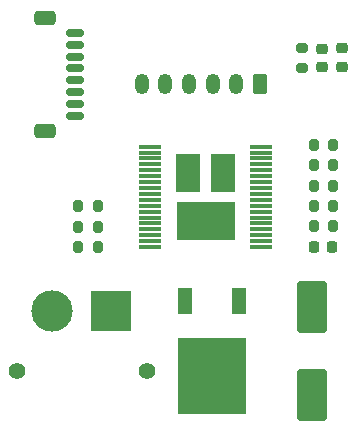
<source format=gts>
%TF.GenerationSoftware,KiCad,Pcbnew,(6.0.7-1)-1*%
%TF.CreationDate,2023-02-20T21:04:05+08:00*%
%TF.ProjectId,driver,64726976-6572-42e6-9b69-6361645f7063,1.1*%
%TF.SameCoordinates,Original*%
%TF.FileFunction,Soldermask,Top*%
%TF.FilePolarity,Negative*%
%FSLAX46Y46*%
G04 Gerber Fmt 4.6, Leading zero omitted, Abs format (unit mm)*
G04 Created by KiCad (PCBNEW (6.0.7-1)-1) date 2023-02-20 21:04:05*
%MOMM*%
%LPD*%
G01*
G04 APERTURE LIST*
G04 Aperture macros list*
%AMRoundRect*
0 Rectangle with rounded corners*
0 $1 Rounding radius*
0 $2 $3 $4 $5 $6 $7 $8 $9 X,Y pos of 4 corners*
0 Add a 4 corners polygon primitive as box body*
4,1,4,$2,$3,$4,$5,$6,$7,$8,$9,$2,$3,0*
0 Add four circle primitives for the rounded corners*
1,1,$1+$1,$2,$3*
1,1,$1+$1,$4,$5*
1,1,$1+$1,$6,$7*
1,1,$1+$1,$8,$9*
0 Add four rect primitives between the rounded corners*
20,1,$1+$1,$2,$3,$4,$5,0*
20,1,$1+$1,$4,$5,$6,$7,0*
20,1,$1+$1,$6,$7,$8,$9,0*
20,1,$1+$1,$8,$9,$2,$3,0*%
G04 Aperture macros list end*
%ADD10RoundRect,0.200000X0.200000X0.275000X-0.200000X0.275000X-0.200000X-0.275000X0.200000X-0.275000X0*%
%ADD11RoundRect,0.250000X0.350000X0.625000X-0.350000X0.625000X-0.350000X-0.625000X0.350000X-0.625000X0*%
%ADD12O,1.200000X1.750000*%
%ADD13RoundRect,0.218750X-0.256250X0.218750X-0.256250X-0.218750X0.256250X-0.218750X0.256250X0.218750X0*%
%ADD14RoundRect,0.014000X-0.881000X-0.161000X0.881000X-0.161000X0.881000X0.161000X-0.881000X0.161000X0*%
%ADD15R,2.100000X3.250000*%
%ADD16R,0.808000X0.808000*%
%ADD17R,4.950000X3.250000*%
%ADD18RoundRect,0.200000X-0.200000X-0.275000X0.200000X-0.275000X0.200000X0.275000X-0.200000X0.275000X0*%
%ADD19C,1.400000*%
%ADD20R,3.500000X3.500000*%
%ADD21C,3.500000*%
%ADD22RoundRect,0.218750X0.256250X-0.218750X0.256250X0.218750X-0.256250X0.218750X-0.256250X-0.218750X0*%
%ADD23RoundRect,0.200000X-0.275000X0.200000X-0.275000X-0.200000X0.275000X-0.200000X0.275000X0.200000X0*%
%ADD24RoundRect,0.225000X0.225000X0.250000X-0.225000X0.250000X-0.225000X-0.250000X0.225000X-0.250000X0*%
%ADD25RoundRect,0.150000X0.625000X-0.150000X0.625000X0.150000X-0.625000X0.150000X-0.625000X-0.150000X0*%
%ADD26RoundRect,0.250000X0.650000X-0.350000X0.650000X0.350000X-0.650000X0.350000X-0.650000X-0.350000X0*%
%ADD27RoundRect,0.250000X-1.000000X1.950000X-1.000000X-1.950000X1.000000X-1.950000X1.000000X1.950000X0*%
%ADD28R,1.200000X2.200000*%
%ADD29R,5.800000X6.400000*%
G04 APERTURE END LIST*
D10*
X121195700Y-106164350D03*
X119545700Y-106164350D03*
D11*
X115000000Y-95863750D03*
D12*
X113000000Y-95863750D03*
X111000000Y-95863750D03*
X109000000Y-95863750D03*
X107000000Y-95863750D03*
X105000000Y-95863750D03*
D13*
X120263900Y-92845050D03*
X120263900Y-94420050D03*
D10*
X101270700Y-107895950D03*
X99620700Y-107895950D03*
D14*
X105695000Y-101128150D03*
X105695000Y-101628150D03*
X105695000Y-102128150D03*
X105695000Y-102628150D03*
X105695000Y-103128150D03*
X105695000Y-103628150D03*
X105695000Y-104128150D03*
X105695000Y-104628150D03*
X105695000Y-105128150D03*
X105695000Y-105628150D03*
X105695000Y-106128150D03*
X105695000Y-106628150D03*
X105695000Y-107128150D03*
X105695000Y-107628150D03*
X105695000Y-108128150D03*
X105695000Y-108628150D03*
X105695000Y-109128150D03*
X105695000Y-109628150D03*
X115125000Y-109628150D03*
X115125000Y-109128150D03*
X115125000Y-108628150D03*
X115125000Y-108128150D03*
X115125000Y-107628150D03*
X115125000Y-107128150D03*
X115125000Y-106628150D03*
X115125000Y-106128150D03*
X115125000Y-105628150D03*
X115125000Y-105128150D03*
X115125000Y-104628150D03*
X115125000Y-104128150D03*
X115125000Y-103628150D03*
X115125000Y-103128150D03*
X115125000Y-102628150D03*
X115125000Y-102128150D03*
X115125000Y-101628150D03*
X115125000Y-101128150D03*
D15*
X111860000Y-103353150D03*
D16*
X112385000Y-104436150D03*
X111335000Y-104436150D03*
X112385000Y-103353150D03*
X111335000Y-103353150D03*
X112385000Y-102270150D03*
X111335000Y-102270150D03*
D15*
X108960000Y-103353150D03*
D16*
X109485000Y-104436150D03*
X108435000Y-104436150D03*
X109485000Y-103353150D03*
X108435000Y-103353150D03*
X109485000Y-102270150D03*
X108435000Y-102270150D03*
D17*
X110410000Y-107403150D03*
D16*
X112266250Y-108486150D03*
X111028750Y-108486150D03*
X109791250Y-108486150D03*
X108553750Y-108486150D03*
X112266250Y-107403150D03*
X111028750Y-107403150D03*
X109791250Y-107403150D03*
X108553750Y-107403150D03*
X112266250Y-106320150D03*
X111028750Y-106320150D03*
X109791250Y-106320150D03*
X108553750Y-106320150D03*
D18*
X99620700Y-106194150D03*
X101270700Y-106194150D03*
D19*
X94420700Y-120083750D03*
X105420700Y-120083750D03*
D20*
X102420700Y-115083750D03*
D21*
X97420700Y-115083750D03*
D18*
X99620700Y-109623150D03*
X101270700Y-109623150D03*
D22*
X121965700Y-94380050D03*
X121965700Y-92805050D03*
D10*
X121195700Y-100982750D03*
X119545700Y-100982750D03*
D18*
X119545700Y-104439550D03*
X121195700Y-104439550D03*
X119545700Y-102712350D03*
X121195700Y-102712350D03*
D23*
X118587500Y-92787550D03*
X118587500Y-94437550D03*
D24*
X121145700Y-109618750D03*
X119595700Y-109618750D03*
D25*
X99325000Y-98500000D03*
X99325000Y-97500000D03*
X99325000Y-96500000D03*
X99325000Y-95500000D03*
X99325000Y-94500000D03*
X99325000Y-93500000D03*
X99325000Y-92500000D03*
X99325000Y-91500000D03*
D26*
X96800000Y-90200000D03*
X96800000Y-99800000D03*
D27*
X119425000Y-114733750D03*
X119425000Y-122133750D03*
D10*
X121195700Y-107886350D03*
X119545700Y-107886350D03*
D28*
X113200700Y-114233750D03*
D29*
X110920700Y-120533750D03*
D28*
X108640700Y-114233750D03*
M02*

</source>
